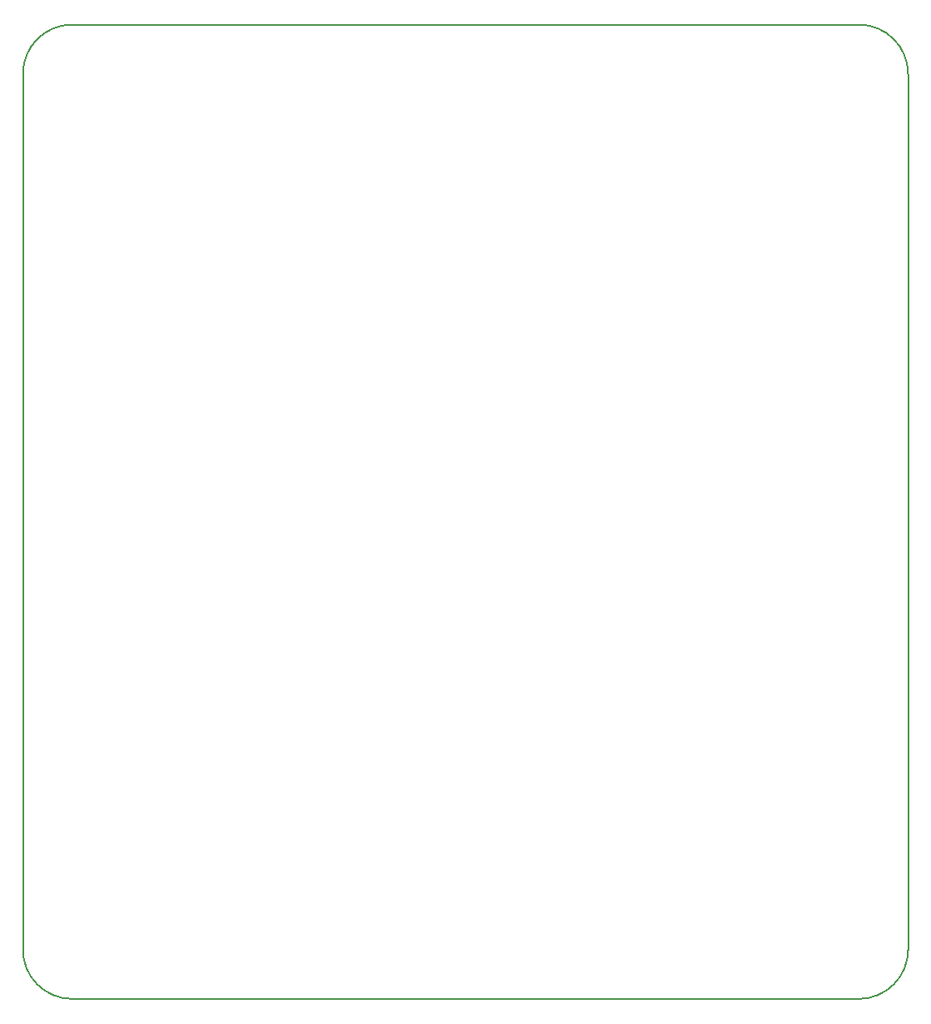
<source format=gbr>
%TF.GenerationSoftware,KiCad,Pcbnew,4.0.7-e2-6376~58~ubuntu16.04.1*%
%TF.CreationDate,2017-12-27T14:53:42+01:00*%
%TF.ProjectId,Class_D_Amp,436C6173735F445F416D702E6B696361,rev?*%
%TF.FileFunction,Profile,NP*%
%FSLAX46Y46*%
G04 Gerber Fmt 4.6, Leading zero omitted, Abs format (unit mm)*
G04 Created by KiCad (PCBNEW 4.0.7-e2-6376~58~ubuntu16.04.1) date Wed Dec 27 14:53:42 2017*
%MOMM*%
%LPD*%
G01*
G04 APERTURE LIST*
%ADD10C,0.150000*%
G04 APERTURE END LIST*
D10*
X110000000Y-21000000D02*
X110000000Y-110000000D01*
X20000000Y-21000000D02*
X20000000Y-110000000D01*
X105000000Y-16000000D02*
X25000000Y-16000000D01*
X25000000Y-115000000D02*
X105000000Y-115000000D01*
X20000000Y-110000000D02*
G75*
G03X25000000Y-115000000I5000000J0D01*
G01*
X25000000Y-16000000D02*
G75*
G03X20000000Y-21000000I0J-5000000D01*
G01*
X110000000Y-21000000D02*
G75*
G03X105000000Y-16000000I-5000000J0D01*
G01*
X105000000Y-115000000D02*
G75*
G03X110000000Y-110000000I0J5000000D01*
G01*
M02*

</source>
